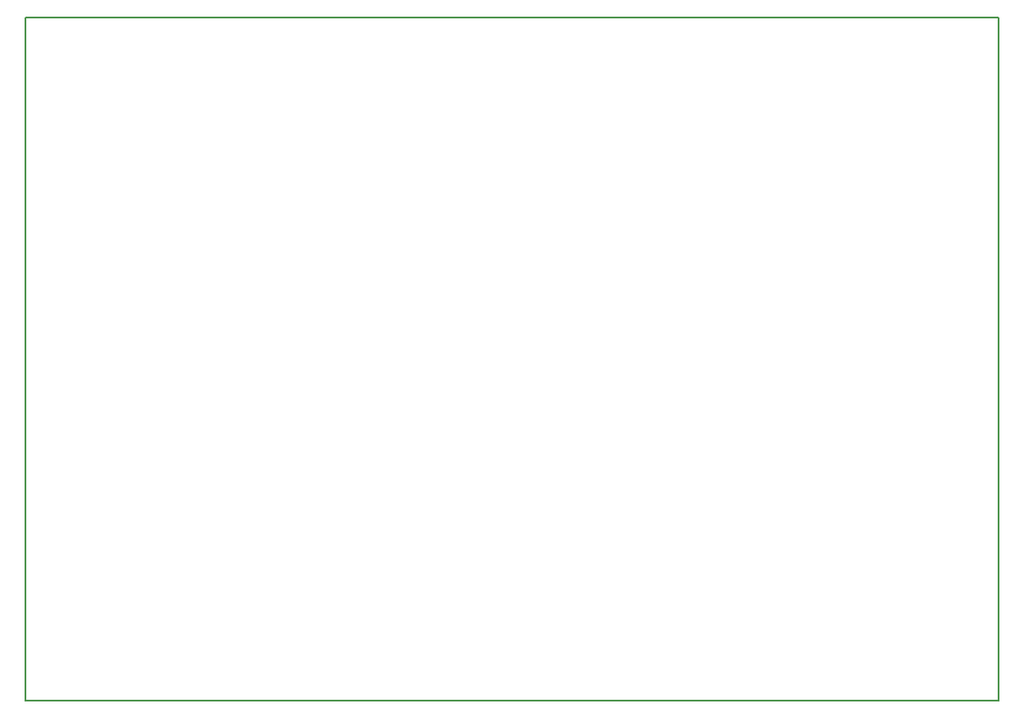
<source format=gbr>
G04 #@! TF.GenerationSoftware,KiCad,Pcbnew,(5.1.5)-3*
G04 #@! TF.CreationDate,2020-06-22T17:40:47-04:00*
G04 #@! TF.ProjectId,lab-supply-usb-boost-buck,6c61622d-7375-4707-906c-792d7573622d,rev?*
G04 #@! TF.SameCoordinates,Original*
G04 #@! TF.FileFunction,Profile,NP*
%FSLAX46Y46*%
G04 Gerber Fmt 4.6, Leading zero omitted, Abs format (unit mm)*
G04 Created by KiCad (PCBNEW (5.1.5)-3) date 2020-06-22 17:40:47*
%MOMM*%
%LPD*%
G04 APERTURE LIST*
%ADD10C,0.200000*%
G04 APERTURE END LIST*
D10*
X167640000Y-53340000D02*
X73660000Y-53340000D01*
X167640000Y-119380000D02*
X167640000Y-53340000D01*
X73660000Y-119380000D02*
X167640000Y-119380000D01*
X73660000Y-53340000D02*
X73660000Y-119380000D01*
M02*

</source>
